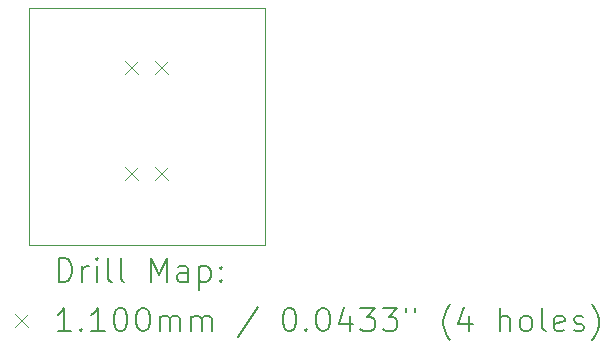
<source format=gbr>
%TF.GenerationSoftware,KiCad,Pcbnew,(6.0.9)*%
%TF.CreationDate,2023-02-05T22:41:23+02:00*%
%TF.ProjectId,signal,7369676e-616c-42e6-9b69-6361645f7063,rev?*%
%TF.SameCoordinates,Original*%
%TF.FileFunction,Drillmap*%
%TF.FilePolarity,Positive*%
%FSLAX45Y45*%
G04 Gerber Fmt 4.5, Leading zero omitted, Abs format (unit mm)*
G04 Created by KiCad (PCBNEW (6.0.9)) date 2023-02-05 22:41:23*
%MOMM*%
%LPD*%
G01*
G04 APERTURE LIST*
%ADD10C,0.100000*%
%ADD11C,0.200000*%
%ADD12C,0.110000*%
G04 APERTURE END LIST*
D10*
X16400000Y-6800000D02*
X16400000Y-4800000D01*
X18400000Y-6800000D02*
X16400000Y-6800000D01*
X18400000Y-4800000D02*
X18400000Y-6800000D01*
X16400000Y-4800000D02*
X18400000Y-4800000D01*
D11*
D12*
X17218000Y-5245000D02*
X17328000Y-5355000D01*
X17328000Y-5245000D02*
X17218000Y-5355000D01*
X17218000Y-6145000D02*
X17328000Y-6255000D01*
X17328000Y-6145000D02*
X17218000Y-6255000D01*
X17472000Y-5245000D02*
X17582000Y-5355000D01*
X17582000Y-5245000D02*
X17472000Y-5355000D01*
X17472000Y-6145000D02*
X17582000Y-6255000D01*
X17582000Y-6145000D02*
X17472000Y-6255000D01*
D11*
X16652619Y-7115476D02*
X16652619Y-6915476D01*
X16700238Y-6915476D01*
X16728809Y-6925000D01*
X16747857Y-6944048D01*
X16757381Y-6963095D01*
X16766905Y-7001190D01*
X16766905Y-7029762D01*
X16757381Y-7067857D01*
X16747857Y-7086905D01*
X16728809Y-7105952D01*
X16700238Y-7115476D01*
X16652619Y-7115476D01*
X16852619Y-7115476D02*
X16852619Y-6982143D01*
X16852619Y-7020238D02*
X16862143Y-7001190D01*
X16871667Y-6991667D01*
X16890714Y-6982143D01*
X16909762Y-6982143D01*
X16976429Y-7115476D02*
X16976429Y-6982143D01*
X16976429Y-6915476D02*
X16966905Y-6925000D01*
X16976429Y-6934524D01*
X16985952Y-6925000D01*
X16976429Y-6915476D01*
X16976429Y-6934524D01*
X17100238Y-7115476D02*
X17081190Y-7105952D01*
X17071667Y-7086905D01*
X17071667Y-6915476D01*
X17205000Y-7115476D02*
X17185952Y-7105952D01*
X17176429Y-7086905D01*
X17176429Y-6915476D01*
X17433571Y-7115476D02*
X17433571Y-6915476D01*
X17500238Y-7058333D01*
X17566905Y-6915476D01*
X17566905Y-7115476D01*
X17747857Y-7115476D02*
X17747857Y-7010714D01*
X17738333Y-6991667D01*
X17719286Y-6982143D01*
X17681190Y-6982143D01*
X17662143Y-6991667D01*
X17747857Y-7105952D02*
X17728810Y-7115476D01*
X17681190Y-7115476D01*
X17662143Y-7105952D01*
X17652619Y-7086905D01*
X17652619Y-7067857D01*
X17662143Y-7048809D01*
X17681190Y-7039286D01*
X17728810Y-7039286D01*
X17747857Y-7029762D01*
X17843095Y-6982143D02*
X17843095Y-7182143D01*
X17843095Y-6991667D02*
X17862143Y-6982143D01*
X17900238Y-6982143D01*
X17919286Y-6991667D01*
X17928810Y-7001190D01*
X17938333Y-7020238D01*
X17938333Y-7077381D01*
X17928810Y-7096428D01*
X17919286Y-7105952D01*
X17900238Y-7115476D01*
X17862143Y-7115476D01*
X17843095Y-7105952D01*
X18024048Y-7096428D02*
X18033571Y-7105952D01*
X18024048Y-7115476D01*
X18014524Y-7105952D01*
X18024048Y-7096428D01*
X18024048Y-7115476D01*
X18024048Y-6991667D02*
X18033571Y-7001190D01*
X18024048Y-7010714D01*
X18014524Y-7001190D01*
X18024048Y-6991667D01*
X18024048Y-7010714D01*
D12*
X16285000Y-7390000D02*
X16395000Y-7500000D01*
X16395000Y-7390000D02*
X16285000Y-7500000D01*
D11*
X16757381Y-7535476D02*
X16643095Y-7535476D01*
X16700238Y-7535476D02*
X16700238Y-7335476D01*
X16681190Y-7364048D01*
X16662143Y-7383095D01*
X16643095Y-7392619D01*
X16843095Y-7516428D02*
X16852619Y-7525952D01*
X16843095Y-7535476D01*
X16833571Y-7525952D01*
X16843095Y-7516428D01*
X16843095Y-7535476D01*
X17043095Y-7535476D02*
X16928810Y-7535476D01*
X16985952Y-7535476D02*
X16985952Y-7335476D01*
X16966905Y-7364048D01*
X16947857Y-7383095D01*
X16928810Y-7392619D01*
X17166905Y-7335476D02*
X17185952Y-7335476D01*
X17205000Y-7345000D01*
X17214524Y-7354524D01*
X17224048Y-7373571D01*
X17233571Y-7411667D01*
X17233571Y-7459286D01*
X17224048Y-7497381D01*
X17214524Y-7516428D01*
X17205000Y-7525952D01*
X17185952Y-7535476D01*
X17166905Y-7535476D01*
X17147857Y-7525952D01*
X17138333Y-7516428D01*
X17128810Y-7497381D01*
X17119286Y-7459286D01*
X17119286Y-7411667D01*
X17128810Y-7373571D01*
X17138333Y-7354524D01*
X17147857Y-7345000D01*
X17166905Y-7335476D01*
X17357381Y-7335476D02*
X17376429Y-7335476D01*
X17395476Y-7345000D01*
X17405000Y-7354524D01*
X17414524Y-7373571D01*
X17424048Y-7411667D01*
X17424048Y-7459286D01*
X17414524Y-7497381D01*
X17405000Y-7516428D01*
X17395476Y-7525952D01*
X17376429Y-7535476D01*
X17357381Y-7535476D01*
X17338333Y-7525952D01*
X17328810Y-7516428D01*
X17319286Y-7497381D01*
X17309762Y-7459286D01*
X17309762Y-7411667D01*
X17319286Y-7373571D01*
X17328810Y-7354524D01*
X17338333Y-7345000D01*
X17357381Y-7335476D01*
X17509762Y-7535476D02*
X17509762Y-7402143D01*
X17509762Y-7421190D02*
X17519286Y-7411667D01*
X17538333Y-7402143D01*
X17566905Y-7402143D01*
X17585952Y-7411667D01*
X17595476Y-7430714D01*
X17595476Y-7535476D01*
X17595476Y-7430714D02*
X17605000Y-7411667D01*
X17624048Y-7402143D01*
X17652619Y-7402143D01*
X17671667Y-7411667D01*
X17681190Y-7430714D01*
X17681190Y-7535476D01*
X17776429Y-7535476D02*
X17776429Y-7402143D01*
X17776429Y-7421190D02*
X17785952Y-7411667D01*
X17805000Y-7402143D01*
X17833571Y-7402143D01*
X17852619Y-7411667D01*
X17862143Y-7430714D01*
X17862143Y-7535476D01*
X17862143Y-7430714D02*
X17871667Y-7411667D01*
X17890714Y-7402143D01*
X17919286Y-7402143D01*
X17938333Y-7411667D01*
X17947857Y-7430714D01*
X17947857Y-7535476D01*
X18338333Y-7325952D02*
X18166905Y-7583095D01*
X18595476Y-7335476D02*
X18614524Y-7335476D01*
X18633571Y-7345000D01*
X18643095Y-7354524D01*
X18652619Y-7373571D01*
X18662143Y-7411667D01*
X18662143Y-7459286D01*
X18652619Y-7497381D01*
X18643095Y-7516428D01*
X18633571Y-7525952D01*
X18614524Y-7535476D01*
X18595476Y-7535476D01*
X18576429Y-7525952D01*
X18566905Y-7516428D01*
X18557381Y-7497381D01*
X18547857Y-7459286D01*
X18547857Y-7411667D01*
X18557381Y-7373571D01*
X18566905Y-7354524D01*
X18576429Y-7345000D01*
X18595476Y-7335476D01*
X18747857Y-7516428D02*
X18757381Y-7525952D01*
X18747857Y-7535476D01*
X18738333Y-7525952D01*
X18747857Y-7516428D01*
X18747857Y-7535476D01*
X18881190Y-7335476D02*
X18900238Y-7335476D01*
X18919286Y-7345000D01*
X18928810Y-7354524D01*
X18938333Y-7373571D01*
X18947857Y-7411667D01*
X18947857Y-7459286D01*
X18938333Y-7497381D01*
X18928810Y-7516428D01*
X18919286Y-7525952D01*
X18900238Y-7535476D01*
X18881190Y-7535476D01*
X18862143Y-7525952D01*
X18852619Y-7516428D01*
X18843095Y-7497381D01*
X18833571Y-7459286D01*
X18833571Y-7411667D01*
X18843095Y-7373571D01*
X18852619Y-7354524D01*
X18862143Y-7345000D01*
X18881190Y-7335476D01*
X19119286Y-7402143D02*
X19119286Y-7535476D01*
X19071667Y-7325952D02*
X19024048Y-7468809D01*
X19147857Y-7468809D01*
X19205000Y-7335476D02*
X19328810Y-7335476D01*
X19262143Y-7411667D01*
X19290714Y-7411667D01*
X19309762Y-7421190D01*
X19319286Y-7430714D01*
X19328810Y-7449762D01*
X19328810Y-7497381D01*
X19319286Y-7516428D01*
X19309762Y-7525952D01*
X19290714Y-7535476D01*
X19233571Y-7535476D01*
X19214524Y-7525952D01*
X19205000Y-7516428D01*
X19395476Y-7335476D02*
X19519286Y-7335476D01*
X19452619Y-7411667D01*
X19481190Y-7411667D01*
X19500238Y-7421190D01*
X19509762Y-7430714D01*
X19519286Y-7449762D01*
X19519286Y-7497381D01*
X19509762Y-7516428D01*
X19500238Y-7525952D01*
X19481190Y-7535476D01*
X19424048Y-7535476D01*
X19405000Y-7525952D01*
X19395476Y-7516428D01*
X19595476Y-7335476D02*
X19595476Y-7373571D01*
X19671667Y-7335476D02*
X19671667Y-7373571D01*
X19966905Y-7611667D02*
X19957381Y-7602143D01*
X19938333Y-7573571D01*
X19928810Y-7554524D01*
X19919286Y-7525952D01*
X19909762Y-7478333D01*
X19909762Y-7440238D01*
X19919286Y-7392619D01*
X19928810Y-7364048D01*
X19938333Y-7345000D01*
X19957381Y-7316428D01*
X19966905Y-7306905D01*
X20128810Y-7402143D02*
X20128810Y-7535476D01*
X20081190Y-7325952D02*
X20033571Y-7468809D01*
X20157381Y-7468809D01*
X20385952Y-7535476D02*
X20385952Y-7335476D01*
X20471667Y-7535476D02*
X20471667Y-7430714D01*
X20462143Y-7411667D01*
X20443095Y-7402143D01*
X20414524Y-7402143D01*
X20395476Y-7411667D01*
X20385952Y-7421190D01*
X20595476Y-7535476D02*
X20576429Y-7525952D01*
X20566905Y-7516428D01*
X20557381Y-7497381D01*
X20557381Y-7440238D01*
X20566905Y-7421190D01*
X20576429Y-7411667D01*
X20595476Y-7402143D01*
X20624048Y-7402143D01*
X20643095Y-7411667D01*
X20652619Y-7421190D01*
X20662143Y-7440238D01*
X20662143Y-7497381D01*
X20652619Y-7516428D01*
X20643095Y-7525952D01*
X20624048Y-7535476D01*
X20595476Y-7535476D01*
X20776429Y-7535476D02*
X20757381Y-7525952D01*
X20747857Y-7506905D01*
X20747857Y-7335476D01*
X20928810Y-7525952D02*
X20909762Y-7535476D01*
X20871667Y-7535476D01*
X20852619Y-7525952D01*
X20843095Y-7506905D01*
X20843095Y-7430714D01*
X20852619Y-7411667D01*
X20871667Y-7402143D01*
X20909762Y-7402143D01*
X20928810Y-7411667D01*
X20938333Y-7430714D01*
X20938333Y-7449762D01*
X20843095Y-7468809D01*
X21014524Y-7525952D02*
X21033571Y-7535476D01*
X21071667Y-7535476D01*
X21090714Y-7525952D01*
X21100238Y-7506905D01*
X21100238Y-7497381D01*
X21090714Y-7478333D01*
X21071667Y-7468809D01*
X21043095Y-7468809D01*
X21024048Y-7459286D01*
X21014524Y-7440238D01*
X21014524Y-7430714D01*
X21024048Y-7411667D01*
X21043095Y-7402143D01*
X21071667Y-7402143D01*
X21090714Y-7411667D01*
X21166905Y-7611667D02*
X21176429Y-7602143D01*
X21195476Y-7573571D01*
X21205000Y-7554524D01*
X21214524Y-7525952D01*
X21224048Y-7478333D01*
X21224048Y-7440238D01*
X21214524Y-7392619D01*
X21205000Y-7364048D01*
X21195476Y-7345000D01*
X21176429Y-7316428D01*
X21166905Y-7306905D01*
M02*

</source>
